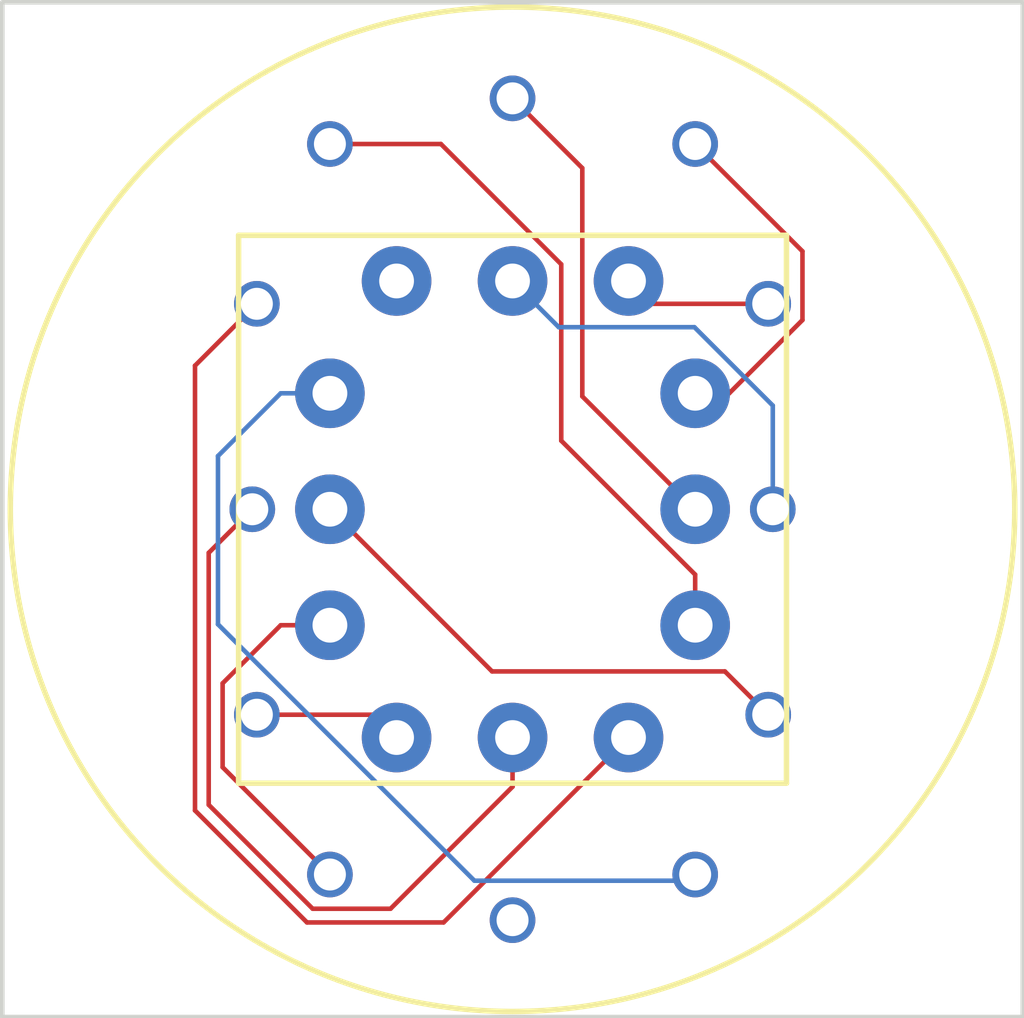
<source format=kicad_pcb>
(kicad_pcb (version 20221018) (generator pcbnew)
  (layers (0 "F.Cu" signal) (31 "B.Cu" signal) (34 "B.Paste" user) (35 "F.Paste" user) (36 "B.SilkS" user "B.Silkscreen") (37 "F.SilkS" user "F.Silkscreen") (38 "B.Mask" user) (39 "F.Mask" user) (44 "Edge.Cuts" user))
  (net 0 "")
  (net 1 "P0")
  (net 2 "P1")
  (net 3 "P2")
  (net 4 "P3")
  (net 5 "P4")
  (net 6 "P5")
  (net 7 "P6")
  (net 8 "P7")
  (net 9 "P8")
  (net 10 "P9")
  (net 12 "PA")
  (footprint "Nixie_Clock:Nixie_Conn_12P" (layer "F.Cu") (at 147.32 99.496)
    (fp_text reference "J1" hide)
    (fp_text value "Nixie_Conn_12P")
    (fp_line (start -6 6) (end -6 -6) (stroke (width 0.12)) (layer "F.SilkS"))
    (fp_line (start -6 6) (end 6 6) (stroke (width 0.12)) (layer "F.SilkS"))
    (fp_line (start 6 -6) (end -6 -6) (stroke (width 0.12)) (layer "F.SilkS"))
    (fp_line (start 6 6) (end 6 -6) (stroke (width 0.12)) (layer "F.SilkS"))
    (pad "0" thru_hole circle (at -4 0) (size 1.524 1.524) (drill 0.762) (layers "*.Cu" "*.Mask") (net 1 "P0"))
    (pad "1" thru_hole circle (at -4 2.54) (size 1.524 1.524) (drill 0.762) (layers "*.Cu" "*.Mask") (net 2 "P1"))
    (pad "2" thru_hole circle (at -2.54 5) (size 1.524 1.524) (drill 0.762) (layers "*.Cu" "*.Mask") (net 3 "P2"))
    (pad "3" thru_hole circle (at 0 5) (size 1.524 1.524) (drill 0.762) (layers "*.Cu" "*.Mask") (net 4 "P3"))
    (pad "4" thru_hole circle (at 2.54 5) (size 1.524 1.524) (drill 0.762) (layers "*.Cu" "*.Mask") (net 5 "P4"))
    (pad "5" thru_hole circle (at 4 2.54) (size 1.524 1.524) (drill 0.762) (layers "*.Cu" "*.Mask") (net 6 "P5"))
    (pad "6" thru_hole circle (at 4 0) (size 1.524 1.524) (drill 0.762) (layers "*.Cu" "*.Mask") (net 7 "P6"))
    (pad "7" thru_hole circle (at 4 -2.54) (size 1.524 1.524) (drill 0.762) (layers "*.Cu" "*.Mask") (net 8 "P7"))
    (pad "8" thru_hole circle (at 2.54 -5) (size 1.524 1.524) (drill 0.762) (layers "*.Cu" "*.Mask") (net 9 "P8"))
    (pad "9" thru_hole circle (at 0 -5) (size 1.524 1.524) (drill 0.762) (layers "*.Cu" "*.Mask") (net 10 "P9"))
    (pad "10" thru_hole circle (at -2.54 -5) (size 1.524 1.524) (drill 0.762) (layers "*.Cu" "*.Mask"))
    (pad "A" thru_hole circle (at -4 -2.54) (size 1.524 1.524) (drill 0.762) (layers "*.Cu" "*.Mask") (net 12 "PA"))
  )
  (footprint "Nixie_Clock:IN-12A" (layer "F.Cu") (at 147.32 99.496)
    (fp_text reference "NX1" hide)
    (fp_text value "IN-12A")
    (fp_circle (center 0 0) (end 11 0) (stroke (width 0.12)) (fill none) (layer "F.SilkS"))
    (pad "" np_thru_hole circle (at 0 0) (size 3 3) (drill 3) (layers "*.Cu" "*.Mask"))
    (pad "0" thru_hole circle (at 5.6 4.5) (size 1 1) (drill 0.7) (layers "*.Cu" "*.Mask") (net 1 "P0"))
    (pad "1" thru_hole circle (at -4 8) (size 1 1) (drill 0.7) (layers "*.Cu" "*.Mask") (net 2 "P1"))
    (pad "2" thru_hole circle (at -5.6 4.5) (size 1 1) (drill 0.7) (layers "*.Cu" "*.Mask") (net 3 "P2"))
    (pad "3" thru_hole circle (at -5.7 0) (size 1 1) (drill 0.7) (layers "*.Cu" "*.Mask") (net 4 "P3"))
    (pad "4" thru_hole circle (at -5.6 -4.5) (size 1 1) (drill 0.7) (layers "*.Cu" "*.Mask") (net 5 "P4"))
    (pad "5" thru_hole circle (at -4 -8) (size 1 1) (drill 0.7) (layers "*.Cu" "*.Mask") (net 6 "P5"))
    (pad "6" thru_hole circle (at 0 -9) (size 1 1) (drill 0.7) (layers "*.Cu" "*.Mask") (net 7 "P6"))
    (pad "7" thru_hole circle (at 4 -8) (size 1 1) (drill 0.7) (layers "*.Cu" "*.Mask") (net 8 "P7"))
    (pad "8" thru_hole circle (at 5.6 -4.5) (size 1 1) (drill 0.7) (layers "*.Cu" "*.Mask") (net 9 "P8"))
    (pad "9" thru_hole circle (at 5.7 0) (size 1 1) (drill 0.7) (layers "*.Cu" "*.Mask") (net 10 "P9"))
    (pad "A" thru_hole circle (at 4 8) (size 1 1) (drill 0.7) (layers "*.Cu" "*.Mask") (net 12 "PA"))
    (pad "DP" thru_hole circle (at 0 9) (size 1 1) (drill 0.7) (layers "*.Cu" "*.Mask"))
  )
  (gr_rect (start 136.144 88.392) (end 158.496 110.617) (stroke (width 0.1)) (fill none) (layer "Edge.Cuts"))
  (segment (start 151.972 103.048) (end 152.92 103.996) (width 0.1) (layer "F.Cu") (net 1))
  (segment (start 143.32 99.496) (end 146.872 103.048) (width 0.1) (layer "F.Cu") (net 1))
  (segment (start 146.872 103.048) (end 151.972 103.048) (width 0.1) (layer "F.Cu") (net 1))
  (segment (start 143.32 102.036) (end 142.24237 102.036) (width 0.1) (layer "F.Cu") (net 2))
  (segment (start 142.24237 102.036) (end 140.97 103.30837) (width 0.1) (layer "F.Cu") (net 2))
  (segment (start 140.97 105.146) (end 143.32 107.496) (width 0.1) (layer "F.Cu") (net 2))
  (segment (start 140.97 103.30837) (end 140.97 105.146) (width 0.1) (layer "F.Cu") (net 2))
  (segment (start 141.72 103.996) (end 144.28 103.996) (width 0.1) (layer "F.Cu") (net 3))
  (segment (start 144.28 103.996) (end 144.78 104.496) (width 0.1) (layer "F.Cu") (net 3))
  (segment (start 144.64763 108.246) (end 142.9424 108.246) (width 0.1) (layer "F.Cu") (net 4))
  (segment (start 140.6652 100.4508) (end 141.62 99.496) (width 0.1) (layer "F.Cu") (net 4))
  (segment (start 147.32 105.57363) (end 144.64763 108.246) (width 0.1) (layer "F.Cu") (net 4))
  (segment (start 142.9424 108.246) (end 140.6652 105.9688) (width 0.1) (layer "F.Cu") (net 4))
  (segment (start 140.6652 105.9688) (end 140.6652 100.4508) (width 0.1) (layer "F.Cu") (net 4))
  (segment (start 147.32 104.496) (end 147.32 105.57363) (width 0.1) (layer "F.Cu") (net 4))
  (segment (start 140.3652 96.3508) (end 141.72 94.996) (width 0.1) (layer "F.Cu") (net 5))
  (segment (start 140.3652 106.093064) (end 140.3652 96.3508) (width 0.1) (layer "F.Cu") (net 5))
  (segment (start 145.81 108.546) (end 142.818136 108.546) (width 0.1) (layer "F.Cu") (net 5))
  (segment (start 142.818136 108.546) (end 140.3652 106.093064) (width 0.1) (layer "F.Cu") (net 5))
  (segment (start 149.86 104.496) (end 145.81 108.546) (width 0.1) (layer "F.Cu") (net 5))
  (segment (start 145.751185 91.496) (end 148.3868 94.131615) (width 0.1) (layer "F.Cu") (net 6))
  (segment (start 151.32 100.927185) (end 151.32 102.036) (width 0.1) (layer "F.Cu") (net 6))
  (segment (start 143.32 91.496) (end 145.751185 91.496) (width 0.1) (layer "F.Cu") (net 6))
  (segment (start 148.3868 94.131615) (end 148.3868 97.993985) (width 0.1) (layer "F.Cu") (net 6))
  (segment (start 148.3868 97.993985) (end 151.32 100.927185) (width 0.1) (layer "F.Cu") (net 6))
  (segment (start 151.32 99.496) (end 148.848 97.024) (width 0.1) (layer "F.Cu") (net 7))
  (segment (start 148.848 97.024) (end 148.848 92.024) (width 0.1) (layer "F.Cu") (net 7))
  (segment (start 148.848 92.024) (end 147.32 90.496) (width 0.1) (layer "F.Cu") (net 7))
  (segment (start 151.32 91.496) (end 153.67 93.846) (width 0.1) (layer "F.Cu") (net 8))
  (segment (start 152.0656 96.956) (end 151.32 96.956) (width 0.1) (layer "F.Cu") (net 8))
  (segment (start 153.67 93.846) (end 153.67 95.3516) (width 0.1) (layer "F.Cu") (net 8))
  (segment (start 153.67 95.3516) (end 152.0656 96.956) (width 0.1) (layer "F.Cu") (net 8))
  (segment (start 152.92 94.996) (end 150.36 94.996) (width 0.1) (layer "F.Cu") (net 9))
  (segment (start 150.36 94.996) (end 149.86 94.496) (width 0.1) (layer "F.Cu") (net 9))
  (segment (start 153.02 97.224815) (end 151.303185 95.508) (width 0.1) (layer "B.Cu") (net 10))
  (segment (start 153.02 99.496) (end 153.02 97.224815) (width 0.1) (layer "B.Cu") (net 10))
  (segment (start 151.303185 95.508) (end 148.332 95.508) (width 0.1) (layer "B.Cu") (net 10))
  (segment (start 148.332 95.508) (end 147.32 94.496) (width 0.1) (layer "B.Cu") (net 10))
  (segment (start 140.8684 98.32997) (end 140.8684 102.015585) (width 0.1) (layer "B.Cu") (net 12))
  (segment (start 143.32 96.956) (end 142.24237 96.956) (width 0.1) (layer "B.Cu") (net 12))
  (segment (start 151.184 107.632) (end 151.32 107.496) (width 0.1) (layer "B.Cu") (net 12))
  (segment (start 146.484815 107.632) (end 151.184 107.632) (width 0.1) (layer "B.Cu") (net 12))
  (segment (start 140.8684 102.015585) (end 146.484815 107.632) (width 0.1) (layer "B.Cu") (net 12))
  (segment (start 142.24237 96.956) (end 140.8684 98.32997) (width 0.1) (layer "B.Cu") (net 12))
)
</source>
